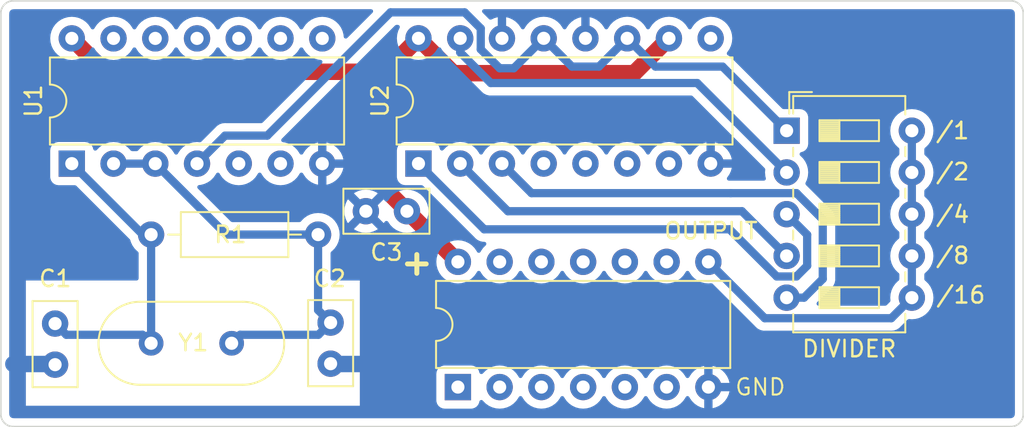
<source format=kicad_pcb>
(kicad_pcb (version 20201116) (generator pcbnew)
  (layers (0 "F.Cu" signal) (31 "B.Cu" signal) (34 "B.Paste" user) (35 "F.Paste" user) (36 "B.SilkS" user "B.Silkscreen") (37 "F.SilkS" user "F.Silkscreen") (38 "B.Mask" user) (39 "F.Mask" user) (44 "Edge.Cuts" user))
  (net 0 "")
  (net 1 "GND")
  (net 2 "Net-(C1-Pad1)")
  (net 3 "Net-(C2-Pad1)")
  (net 4 "+5V")
  (net 5 "Net-(J1-Pad8)")
  (net 6 "Net-(J2-Pad5)")
  (net 7 "Net-(J2-Pad4)")
  (net 8 "Net-(J2-Pad3)")
  (net 9 "CLOCK")
  (net 10 "Net-(J2-Pad2)")
  (footprint "Package_DIP:DIP-14_W7.62mm" (layer "F.Cu") (at 86.106 44.704 90)
    (fp_text reference "U1" (at 3.81 -2.33 90) (layer "F.SilkS"))
    (fp_text value "74AHC04")
    (fp_line (start 6.46 -1.33) (end 4.81 -1.33) (layer "F.SilkS") (width 0.12))
    (fp_line (start 6.46 16.57) (end 6.46 -1.33) (layer "F.SilkS") (width 0.12))
    (fp_line (start 1.16 -1.33) (end 1.16 16.57) (layer "F.SilkS") (width 0.12))
    (fp_line (start 1.16 16.57) (end 6.46 16.57) (layer "F.SilkS") (width 0.12))
    (fp_line (start 2.81 -1.33) (end 1.16 -1.33) (layer "F.SilkS") (width 0.12))
    (fp_arc (start 3.81 -1.33) (end 2.81 -1.33) (angle -180) (layer "F.SilkS") (width 0.12))
    (pad "1" thru_hole rect (at 0 0 90) (size 1.6 1.6) (drill 0.8) (layers *.Cu *.Mask) (net 2 "Net-(C1-Pad1)"))
    (pad "2" thru_hole oval (at 0 2.54 90) (size 1.6 1.6) (drill 0.8) (layers *.Cu *.Mask) (net 3 "Net-(C2-Pad1)"))
    (pad "3" thru_hole oval (at 0 5.08 90) (size 1.6 1.6) (drill 0.8) (layers *.Cu *.Mask) (net 3 "Net-(C2-Pad1)"))
    (pad "4" thru_hole oval (at 0 7.62 90) (size 1.6 1.6) (drill 0.8) (layers *.Cu *.Mask) (net 9 "CLOCK"))
    (pad "5" thru_hole oval (at 0 10.16 90) (size 1.6 1.6) (drill 0.8) (layers *.Cu *.Mask))
    (pad "6" thru_hole oval (at 0 12.7 90) (size 1.6 1.6) (drill 0.8) (layers *.Cu *.Mask))
    (pad "7" thru_hole oval (at 0 15.24 90) (size 1.6 1.6) (drill 0.8) (layers *.Cu *.Mask) (net 1 "GND"))
    (pad "8" thru_hole oval (at 7.62 15.24 90) (size 1.6 1.6) (drill 0.8) (layers *.Cu *.Mask))
    (pad "9" thru_hole oval (at 7.62 12.7 90) (size 1.6 1.6) (drill 0.8) (layers *.Cu *.Mask))
    (pad "10" thru_hole oval (at 7.62 10.16 90) (size 1.6 1.6) (drill 0.8) (layers *.Cu *.Mask))
    (pad "11" thru_hole oval (at 7.62 7.62 90) (size 1.6 1.6) (drill 0.8) (layers *.Cu *.Mask))
    (pad "12" thru_hole oval (at 7.62 5.08 90) (size 1.6 1.6) (drill 0.8) (layers *.Cu *.Mask))
    (pad "13" thru_hole oval (at 7.62 2.54 90) (size 1.6 1.6) (drill 0.8) (layers *.Cu *.Mask))
    (pad "14" thru_hole oval (at 7.62 0 90) (size 1.6 1.6) (drill 0.8) (layers *.Cu *.Mask) (net 4 "+5V"))
  )
  (footprint "Capacitor_THT:C_Disc_D5.0mm_W2.5mm_P2.50mm" (layer "F.Cu") (at 106.5 47.6 180)
    (fp_text reference "C3" (at 1.25 -2.5) (layer "F.SilkS"))
    (fp_text value "10nF")
    (fp_line (start -1.37 -1.37) (end -1.37 1.37) (layer "F.SilkS") (width 0.12))
    (fp_line (start -1.37 1.37) (end 3.87 1.37) (layer "F.SilkS") (width 0.12))
    (fp_line (start 3.87 -1.37) (end 3.87 1.37) (layer "F.SilkS") (width 0.12))
    (fp_line (start -1.37 -1.37) (end 3.87 -1.37) (layer "F.SilkS") (width 0.12))
    (pad "1" thru_hole circle (at 0 0 180) (size 1.6 1.6) (drill 0.8) (layers *.Cu *.Mask) (net 4 "+5V"))
    (pad "2" thru_hole circle (at 2.5 0 180) (size 1.6 1.6) (drill 0.8) (layers *.Cu *.Mask) (net 1 "GND"))
  )
  (footprint "Package_DIP:DIP-16_W7.62mm" (layer "F.Cu") (at 107.2 44.7 90)
    (fp_text reference "U2" (at 3.81 -2.33 90) (layer "F.SilkS"))
    (fp_text value "74HC590A")
    (fp_line (start 2.81 -1.33) (end 1.16 -1.33) (layer "F.SilkS") (width 0.12))
    (fp_line (start 1.16 19.11) (end 6.46 19.11) (layer "F.SilkS") (width 0.12))
    (fp_line (start 6.46 19.11) (end 6.46 -1.33) (layer "F.SilkS") (width 0.12))
    (fp_line (start 1.16 -1.33) (end 1.16 19.11) (layer "F.SilkS") (width 0.12))
    (fp_line (start 6.46 -1.33) (end 4.81 -1.33) (layer "F.SilkS") (width 0.12))
    (fp_arc (start 3.81 -1.33) (end 2.81 -1.33) (angle -180) (layer "F.SilkS") (width 0.12))
    (pad "1" thru_hole rect (at 0 0 90) (size 1.6 1.6) (drill 0.8) (layers *.Cu *.Mask) (net 8 "Net-(J2-Pad3)"))
    (pad "2" thru_hole oval (at 0 2.54 90) (size 1.6 1.6) (drill 0.8) (layers *.Cu *.Mask) (net 7 "Net-(J2-Pad4)"))
    (pad "3" thru_hole oval (at 0 5.08 90) (size 1.6 1.6) (drill 0.8) (layers *.Cu *.Mask) (net 6 "Net-(J2-Pad5)"))
    (pad "4" thru_hole oval (at 0 7.62 90) (size 1.6 1.6) (drill 0.8) (layers *.Cu *.Mask))
    (pad "5" thru_hole oval (at 0 10.16 90) (size 1.6 1.6) (drill 0.8) (layers *.Cu *.Mask))
    (pad "6" thru_hole oval (at 0 12.7 90) (size 1.6 1.6) (drill 0.8) (layers *.Cu *.Mask))
    (pad "7" thru_hole oval (at 0 15.24 90) (size 1.6 1.6) (drill 0.8) (layers *.Cu *.Mask))
    (pad "8" thru_hole oval (at 0 17.78 90) (size 1.6 1.6) (drill 0.8) (layers *.Cu *.Mask) (net 1 "GND"))
    (pad "9" thru_hole oval (at 7.62 17.78 90) (size 1.6 1.6) (drill 0.8) (layers *.Cu *.Mask))
    (pad "10" thru_hole oval (at 7.62 15.24 90) (size 1.6 1.6) (drill 0.8) (layers *.Cu *.Mask) (net 4 "+5V"))
    (pad "11" thru_hole oval (at 7.62 12.7 90) (size 1.6 1.6) (drill 0.8) (layers *.Cu *.Mask) (net 9 "CLOCK"))
    (pad "12" thru_hole oval (at 7.62 10.16 90) (size 1.6 1.6) (drill 0.8) (layers *.Cu *.Mask) (net 1 "GND"))
    (pad "13" thru_hole oval (at 7.62 7.62 90) (size 1.6 1.6) (drill 0.8) (layers *.Cu *.Mask) (net 9 "CLOCK"))
    (pad "14" thru_hole oval (at 7.62 5.08 90) (size 1.6 1.6) (drill 0.8) (layers *.Cu *.Mask) (net 1 "GND"))
    (pad "15" thru_hole oval (at 7.62 2.54 90) (size 1.6 1.6) (drill 0.8) (layers *.Cu *.Mask) (net 10 "Net-(J2-Pad2)"))
    (pad "16" thru_hole oval (at 7.62 0 90) (size 1.6 1.6) (drill 0.8) (layers *.Cu *.Mask) (net 4 "+5V"))
  )
  (footprint "Capacitor_THT:C_Disc_D5.0mm_W2.5mm_P2.50mm" (layer "F.Cu") (at 85.09 54.43609 -90)
    (fp_text reference "C1" (at -2.73609 -0.01 180) (layer "F.SilkS"))
    (fp_text value "22pF")
    (fp_line (start -1.37 -1.37) (end -1.37 1.37) (layer "F.SilkS") (width 0.12))
    (fp_line (start -1.37 -1.37) (end 3.87 -1.37) (layer "F.SilkS") (width 0.12))
    (fp_line (start 3.87 -1.37) (end 3.87 1.37) (layer "F.SilkS") (width 0.12))
    (fp_line (start -1.37 1.37) (end 3.87 1.37) (layer "F.SilkS") (width 0.12))
    (pad "1" thru_hole circle (at 0 0 270) (size 1.6 1.6) (drill 0.8) (layers *.Cu *.Mask) (net 2 "Net-(C1-Pad1)"))
    (pad "2" thru_hole circle (at 2.5 0 270) (size 1.6 1.6) (drill 0.8) (layers *.Cu *.Mask) (net 1 "GND"))
  )
  (footprint "Resistor_THT:R_Axial_DIN0207_L6.3mm_D2.5mm_P10.16mm_Horizontal" (layer "F.Cu") (at 90.932 49.022)
    (fp_text reference "R1" (at 4.826 0) (layer "F.SilkS"))
    (fp_text value "1M")
    (fp_line (start 8.35 -1.37) (end 1.81 -1.37) (layer "F.SilkS") (width 0.12))
    (fp_line (start 1.04 0) (end 1.81 0) (layer "F.SilkS") (width 0.12))
    (fp_line (start 1.81 -1.37) (end 1.81 1.37) (layer "F.SilkS") (width 0.12))
    (fp_line (start 9.12 0) (end 8.35 0) (layer "F.SilkS") (width 0.12))
    (fp_line (start 1.81 1.37) (end 8.35 1.37) (layer "F.SilkS") (width 0.12))
    (fp_line (start 8.35 1.37) (end 8.35 -1.37) (layer "F.SilkS") (width 0.12))
    (pad "1" thru_hole circle (at 0 0) (size 1.6 1.6) (drill 0.8) (layers *.Cu *.Mask) (net 2 "Net-(C1-Pad1)"))
    (pad "2" thru_hole oval (at 10.16 0) (size 1.6 1.6) (drill 0.8) (layers *.Cu *.Mask) (net 3 "Net-(C2-Pad1)"))
  )
  (footprint "Package_DIP:DIP-14_W7.62mm" (layer "F.Cu") (at 109.6 58.3 90)
    (fp_text reference "J1")
    (fp_text value "OUTPUT" (at 9.5 15.4 180) (layer "F.SilkS"))
    (fp_line (start 1.16 16.57) (end 6.46 16.57) (layer "F.SilkS") (width 0.12))
    (fp_line (start 6.46 16.57) (end 6.46 -1.33) (layer "F.SilkS") (width 0.12))
    (fp_line (start 6.46 -1.33) (end 4.81 -1.33) (layer "F.SilkS") (width 0.12))
    (fp_line (start 1.16 -1.33) (end 1.16 16.57) (layer "F.SilkS") (width 0.12))
    (fp_line (start 2.81 -1.33) (end 1.16 -1.33) (layer "F.SilkS") (width 0.12))
    (fp_arc (start 3.81 -1.33) (end 2.81 -1.33) (angle -180) (layer "F.SilkS") (width 0.12))
    (pad "1" thru_hole rect (at 0 0 90) (size 1.6 1.6) (drill 0.8) (layers *.Cu *.Mask))
    (pad "2" thru_hole oval (at 0 2.54 90) (size 1.6 1.6) (drill 0.8) (layers *.Cu *.Mask))
    (pad "3" thru_hole oval (at 0 5.08 90) (size 1.6 1.6) (drill 0.8) (layers *.Cu *.Mask))
    (pad "4" thru_hole oval (at 0 7.62 90) (size 1.6 1.6) (drill 0.8) (layers *.Cu *.Mask))
    (pad "5" thru_hole oval (at 0 10.16 90) (size 1.6 1.6) (drill 0.8) (layers *.Cu *.Mask))
    (pad "6" thru_hole oval (at 0 12.7 90) (size 1.6 1.6) (drill 0.8) (layers *.Cu *.Mask))
    (pad "7" thru_hole oval (at 0 15.24 90) (size 1.6 1.6) (drill 0.8) (layers *.Cu *.Mask) (net 1 "GND"))
    (pad "8" thru_hole oval (at 7.62 15.24 90) (size 1.6 1.6) (drill 0.8) (layers *.Cu *.Mask) (net 5 "Net-(J1-Pad8)"))
    (pad "9" thru_hole oval (at 7.62 12.7 90) (size 1.6 1.6) (drill 0.8) (layers *.Cu *.Mask))
    (pad "10" thru_hole oval (at 7.62 10.16 90) (size 1.6 1.6) (drill 0.8) (layers *.Cu *.Mask))
    (pad "11" thru_hole oval (at 7.62 7.62 90) (size 1.6 1.6) (drill 0.8) (layers *.Cu *.Mask))
    (pad "12" thru_hole oval (at 7.62 5.08 90) (size 1.6 1.6) (drill 0.8) (layers *.Cu *.Mask))
    (pad "13" thru_hole oval (at 7.62 2.54 90) (size 1.6 1.6) (drill 0.8) (layers *.Cu *.Mask))
    (pad "14" thru_hole oval (at 7.62 0 90) (size 1.6 1.6) (drill 0.8) (layers *.Cu *.Mask) (net 4 "+5V"))
  )
  (footprint "Capacitor_THT:C_Disc_D5.0mm_W2.5mm_P2.50mm" (layer "F.Cu") (at 101.854 54.377076 -90)
    (fp_text reference "C2" (at -2.677076 0.054 180) (layer "F.SilkS"))
    (fp_text value "22pF")
    (fp_line (start -1.37 1.37) (end 3.87 1.37) (layer "F.SilkS") (width 0.12))
    (fp_line (start -1.37 -1.37) (end 3.87 -1.37) (layer "F.SilkS") (width 0.12))
    (fp_line (start 3.87 -1.37) (end 3.87 1.37) (layer "F.SilkS") (width 0.12))
    (fp_line (start -1.37 -1.37) (end -1.37 1.37) (layer "F.SilkS") (width 0.12))
    (pad "1" thru_hole circle (at 0 0 270) (size 1.6 1.6) (drill 0.8) (layers *.Cu *.Mask) (net 3 "Net-(C2-Pad1)"))
    (pad "2" thru_hole circle (at 2.5 0 270) (size 1.6 1.6) (drill 0.8) (layers *.Cu *.Mask) (net 1 "GND"))
  )
  (footprint "Button_Switch_THT:SW_DIP_SPSTx05_Slide_6.7x14.26mm_W7.62mm_P2.54mm_LowProfile" (layer "F.Cu") (at 129.6 42.7)
    (fp_text reference "J2")
    (fp_text value "DIVIDER" (at 3.81 13.27) (layer "F.SilkS"))
    (fp_line (start 2 1.905) (end 2 3.175) (layer "F.SilkS") (width 0.12))
    (fp_line (start 2 4.445) (end 2 5.715) (layer "F.SilkS") (width 0.12))
    (fp_line (start 2 5.405) (end 3.206667 5.405) (layer "F.SilkS") (width 0.12))
    (fp_line (start 2 5.715) (end 5.62 5.715) (layer "F.SilkS") (width 0.12))
    (fp_line (start 2 10.605) (end 3.206667 10.605) (layer "F.SilkS") (width 0.12))
    (fp_line (start 2 -0.275) (end 3.206667 -0.275) (layer "F.SilkS") (width 0.12))
    (fp_line (start 2 9.525) (end 2 10.795) (layer "F.SilkS") (width 0.12))
    (fp_line (start 2 6.985) (end 2 8.255) (layer "F.SilkS") (width 0.12))
    (fp_line (start 2 5.045) (end 3.206667 5.045) (layer "F.SilkS") (width 0.12))
    (fp_line (start 2 10.245) (end 3.206667 10.245) (layer "F.SilkS") (width 0.12))
    (fp_line (start 2 7.825) (end 3.206667 7.825) (layer "F.SilkS") (width 0.12))
    (fp_line (start 2 5.165) (end 3.206667 5.165) (layer "F.SilkS") (width 0.12))
    (fp_line (start 2 8.185) (end 3.206667 8.185) (layer "F.SilkS") (width 0.12))
    (fp_line (start 2 7.225) (end 3.206667 7.225) (layer "F.SilkS") (width 0.12))
    (fp_line (start 2 10.725) (end 3.206667 10.725) (layer "F.SilkS") (width 0.12))
    (fp_line (start 7.221 3.53) (end 7.221 4.091) (layer "F.SilkS") (width 0.12))
    (fp_line (start 2 7.465) (end 3.206667 7.465) (layer "F.SilkS") (width 0.12))
    (fp_line (start 2 10.125) (end 3.206667 10.125) (layer "F.SilkS") (width 0.12))
    (fp_line (start 3.206667 4.445) (end 3.206667 5.715) (layer "F.SilkS") (width 0.12))
    (fp_line (start 0.4 6.07) (end 0.4 6.631) (layer "F.SilkS") (width 0.12))
    (fp_line (start 2 8.065) (end 3.206667 8.065) (layer "F.SilkS") (width 0.12))
    (fp_line (start 2 7.345) (end 3.206667 7.345) (layer "F.SilkS") (width 0.12))
    (fp_line (start 5.62 6.985) (end 2 6.985) (layer "F.SilkS") (width 0.12))
    (fp_line (start 0.4 1.04) (end 0.4 1.551) (layer "F.SilkS") (width 0.12))
    (fp_line (start 5.62 3.175) (end 5.62 1.905) (layer "F.SilkS") (width 0.12))
    (fp_line (start 7.221 11.15) (end 7.221 12.271) (layer "F.SilkS") (width 0.12))
    (fp_line (start 2 2.865) (end 3.206667 2.865) (layer "F.SilkS") (width 0.12))
    (fp_line (start 2 2.505) (end 3.206667 2.505) (layer "F.SilkS") (width 0.12))
    (fp_line (start 7.221 8.61) (end 7.221 9.17) (layer "F.SilkS") (width 0.12))
    (fp_line (start 2 0.085) (end 3.206667 0.085) (layer "F.SilkS") (width 0.12))
    (fp_line (start 2 4.805) (end 3.206667 4.805) (layer "F.SilkS") (width 0.12))
    (fp_line (start 5.62 4.445) (end 2 4.445) (layer "F.SilkS") (width 0.12))
    (fp_line (start 0.16 -2.35) (end 1.543 -2.35) (layer "F.SilkS") (width 0.12))
    (fp_line (start 2 -0.155) (end 3.206667 -0.155) (layer "F.SilkS") (width 0.12))
    (fp_line (start 2 0.635) (end 5.62 0.635) (layer "F.SilkS") (width 0.12))
    (fp_line (start 2 9.765) (end 3.206667 9.765) (layer "F.SilkS") (width 0.12))
    (fp_line (start 2 3.175) (end 5.62 3.175) (layer "F.SilkS") (width 0.12))
    (fp_line (start 2 10.365) (end 3.206667 10.365) (layer "F.SilkS") (width 0.12))
    (fp_line (start 5.62 1.905) (end 2 1.905) (layer "F.SilkS") (width 0.12))
    (fp_line (start 2 3.105) (end 3.206667 3.105) (layer "F.SilkS") (width 0.12))
    (fp_line (start 5.62 8.255) (end 5.62 6.985) (layer "F.SilkS") (width 0.12))
    (fp_line (start 2 -0.395) (end 3.206667 -0.395) (layer "F.SilkS") (width 0.12))
    (fp_line (start 2 2.025) (end 3.206667 2.025) (layer "F.SilkS") (width 0.12))
    (fp_line (start 0.4 11.15) (end 0.4 12.271) (layer "F.SilkS") (width 0.12))
    (fp_line (start 2 5.285) (end 3.206667 5.285) (layer "F.SilkS") (width 0.12))
    (fp_line (start 3.206667 1.905) (end 3.206667 3.175) (layer "F.SilkS") (width 0.12))
    (fp_line (start 7.221 0.99) (end 7.221 1.551) (layer "F.SilkS") (width 0.12))
    (fp_line (start 5.62 5.715) (end 5.62 4.445) (layer "F.SilkS") (width 0.12))
    (fp_line (start 2 4.685) (end 3.206667 4.685) (layer "F.SilkS") (width 0.12))
    (fp_line (start 0.4 -2.11) (end 7.221 -2.11) (layer "F.SilkS") (width 0.12))
    (fp_line (start 2 9.885) (end 3.206667 9.885) (layer "F.SilkS") (width 0.12))
    (fp_line (start 2 2.265) (end 3.206667 2.265) (layer "F.SilkS") (width 0.12))
    (fp_line (start 2 2.385) (end 3.206667 2.385) (layer "F.SilkS") (width 0.12))
    (fp_line (start 2 10.005) (end 3.206667 10.005) (layer "F.SilkS") (width 0.12))
    (fp_line (start 7.221 6.07) (end 7.221 6.631) (layer "F.SilkS") (width 0.12))
    (fp_line (start 2 9.645) (end 3.206667 9.645) (layer "F.SilkS") (width 0.12))
    (fp_line (start 3.206667 -0.635) (end 3.206667 0.635) (layer "F.SilkS") (width 0.12))
    (fp_line (start 7.221 -2.11) (end 7.221 -0.99) (layer "F.SilkS") (width 0.12))
    (fp_line (start 2 7.105) (end 3.206667 7.105) (layer "F.SilkS") (width 0.12))
    (fp_line (start 2 -0.515) (end 3.206667 -0.515) (layer "F.SilkS") (width 0.12))
    (fp_line (start 2 10.795) (end 5.62 10.795) (layer "F.SilkS") (width 0.12))
    (fp_line (start 2 -0.035) (end 3.206667 -0.035) (layer "F.SilkS") (width 0.12))
    (fp_line (start 2 4.925) (end 3.206667 4.925) (layer "F.SilkS") (width 0.12))
    (fp_line (start 0.16 -2.35) (end 0.16 -1.04) (layer "F.SilkS") (width 0.12))
    (fp_line (start 2 2.625) (end 3.206667 2.625) (layer "F.SilkS") (width 0.12))
    (fp_line (start 2 0.205) (end 3.206667 0.205) (layer "F.SilkS") (width 0.12))
    (fp_line (start 2 0.565) (end 3.206667 0.565) (layer "F.SilkS") (width 0.12))
    (fp_line (start 2 2.145) (end 3.206667 2.145) (layer "F.SilkS") (width 0.12))
    (fp_line (start 2 2.985) (end 3.206667 2.985) (layer "F.SilkS") (width 0.12))
    (fp_line (start 0.4 8.61) (end 0.4 9.17) (layer "F.SilkS") (width 0.12))
    (fp_line (start 2 8.255) (end 5.62 8.255) (layer "F.SilkS") (width 0.12))
    (fp_line (start 5.62 9.525) (end 2 9.525) (layer "F.SilkS") (width 0.12))
    (fp_line (start 2 7.585) (end 3.206667 7.585) (layer "F.SilkS") (width 0.12))
    (fp_line (start 0.4 -2.11) (end 0.4 -1.04) (layer "F.SilkS") (width 0.12))
    (fp_line (start 3.206667 9.525) (end 3.206667 10.795) (layer "F.SilkS") (width 0.12))
    (fp_line (start 2 0.325) (end 3.206667 0.325) (layer "F.SilkS") (width 0.12))
    (fp_line (start 2 7.705) (end 3.206667 7.705) (layer "F.SilkS") (width 0.12))
    (fp_line (start 2 0.445) (end 3.206667 0.445) (layer "F.SilkS") (width 0.12))
    (fp_line (start 2 5.645) (end 3.206667 5.645) (layer "F.SilkS") (width 0.12))
    (fp_line (start 2 10.485) (end 3.206667 10.485) (layer "F.SilkS") (width 0.12))
    (fp_line (start 3.206667 6.985) (end 3.206667 8.255) (layer "F.SilkS") (width 0.12))
    (fp_line (start 2 2.745) (end 3.206667 2.745) (layer "F.SilkS") (width 0.12))
    (fp_line (start 2 5.525) (end 3.206667 5.525) (layer "F.SilkS") (width 0.12))
    (fp_line (start 5.62 0.635) (end 5.62 -0.635) (layer "F.SilkS") (width 0.12))
    (fp_line (start 5.62 10.795) (end 5.62 9.525) (layer "F.SilkS") (width 0.12))
    (fp_line (start 2 7.945) (end 3.206667 7.945) (layer "F.SilkS") (width 0.12))
    (fp_line (start 5.62 -0.635) (end 2 -0.635) (layer "F.SilkS") (width 0.12))
    (fp_line (start 2 -0.635) (end 2 0.635) (layer "F.SilkS") (width 0.12))
    (fp_line (start 2 4.565) (end 3.206667 4.565) (layer "F.SilkS") (width 0.12))
    (fp_line (start 0.4 12.271) (end 7.221 12.271) (layer "F.SilkS") (width 0.12))
    (fp_line (start 0.4 3.53) (end 0.4 4.091) (layer "F.SilkS") (width 0.12))
    (pad "1" thru_hole rect (at 0 0) (size 1.6 1.6) (drill 0.8) (layers *.Cu *.Mask) (net 9 "CLOCK"))
    (pad "2" thru_hole oval (at 0 2.54) (size 1.6 1.6) (drill 0.8) (layers *.Cu *.Mask) (net 10 "Net-(J2-Pad2)"))
    (pad "3" thru_hole oval (at 0 5.08) (size 1.6 1.6) (drill 0.8) (layers *.Cu *.Mask) (net 8 "Net-(J2-Pad3)"))
    (pad "4" thru_hole oval (at 0 7.62) (size 1.6 1.6) (drill 0.8) (layers *.Cu *.Mask) (net 7 "Net-(J2-Pad4)"))
    (pad "5" thru_hole oval (at 0 10.16) (size 1.6 1.6) (drill 0.8) (layers *.Cu *.Mask) (net 6 "Net-(J2-Pad5)"))
    (pad "6" thru_hole oval (at 7.62 10.16) (size 1.6 1.6) (drill 0.8) (layers *.Cu *.Mask) (net 5 "Net-(J1-Pad8)"))
    (pad "7" thru_hole oval (at 7.62 7.62) (size 1.6 1.6) (drill 0.8) (layers *.Cu *.Mask) (net 5 "Net-(J1-Pad8)"))
    (pad "8" thru_hole oval (at 7.62 5.08) (size 1.6 1.6) (drill 0.8) (layers *.Cu *.Mask) (net 5 "Net-(J1-Pad8)"))
    (pad "9" thru_hole oval (at 7.62 2.54) (size 1.6 1.6) (drill 0.8) (layers *.Cu *.Mask) (net 5 "Net-(J1-Pad8)"))
    (pad "10" thru_hole oval (at 7.62 0) (size 1.6 1.6) (drill 0.8) (layers *.Cu *.Mask) (net 5 "Net-(J1-Pad8)"))
  )
  (footprint "Crystal:Crystal_HC18-U_Vertical" (layer "F.Cu") (at 90.932 55.634598)
    (fp_text reference "Y1" (at 2.568 -0.034598) (layer "F.SilkS"))
    (fp_text value "20MHz")
    (fp_line (start -0.675 2.525) (end 5.575 2.525) (layer "F.SilkS") (width 0.12))
    (fp_line (start -0.675 -2.525) (end 5.575 -2.525) (layer "F.SilkS") (width 0.12))
    (fp_arc (start -0.675 0) (end -0.675 -2.525) (angle -180) (layer "F.SilkS") (width 0.12))
    (fp_arc (start 5.575 0) (end 5.575 -2.525) (angle 180) (layer "F.SilkS") (width 0.12))
    (pad "1" thru_hole circle (at 0 0) (size 1.5 1.5) (drill 0.8) (layers *.Cu *.Mask) (net 2 "Net-(C1-Pad1)"))
    (pad "2" thru_hole circle (at 4.9 0) (size 1.5 1.5) (drill 0.8) (layers *.Cu *.Mask) (net 3 "Net-(C2-Pad1)"))
  )
  (gr_line (start 81.788 59.944) (end 81.788 35.56) (layer "Edge.Cuts") (width 0.1))
  (gr_arc (start 143.238 35.56) (end 144 35.56) (angle -90) (layer "Edge.Cuts") (width 0.1))
  (gr_line (start 144 35.56) (end 144 59.944) (layer "Edge.Cuts") (width 0.1))
  (gr_arc (start 143.238 59.944) (end 143.238 60.706) (angle -90) (layer "Edge.Cuts") (width 0.1))
  (gr_line (start 82.55 34.798) (end 143.238 34.798) (layer "Edge.Cuts") (width 0.1))
  (gr_line (start 143.238 60.706) (end 82.55 60.706) (layer "Edge.Cuts") (width 0.1))
  (gr_arc (start 82.55 35.56) (end 82.55 34.798) (angle -90) (layer "Edge.Cuts") (width 0.1))
  (gr_arc (start 82.55 59.944) (end 81.788 59.944) (angle -90) (layer "Edge.Cuts") (width 0.1))
  (gr_text "/2" (at 139.7 45.2) (layer "F.SilkS") (effects (font (size 1 1))))
  (gr_text "/16" (at 140.2 52.7) (layer "F.SilkS") (effects (font (size 1 1))))
  (gr_text "GND" (at 128 58.3) (layer "F.SilkS") (effects (font (size 1 1))))
  (gr_text "/1" (at 139.7 42.7) (layer "F.SilkS") (effects (font (size 1 1))))
  (gr_text "/4" (at 139.7 47.8) (layer "F.SilkS") (effects (font (size 1 1))))
  (gr_text "+" (at 107.1 50.7) (layer "F.SilkS") (effects (font (size 1.5 1.5) (thickness 0.3))))
  (gr_text "/8" (at 139.7 50.3) (layer "F.SilkS") (effects (font (size 1 1))))
  (segment (start 101.854 56.896) (end 104.121076 56.896) (width 1) (layer "B.Cu") (net 1))
  (segment (start 84.836 56.896) (end 82.55 56.896) (width 1) (layer "B.Cu") (net 1))
  (segment (start 90.424 49.022) (end 90.932 49.022) (width 0.5) (layer "B.Cu") (net 2))
  (segment (start 90.415402 55.118) (end 90.932 55.634598) (width 0.5) (layer "B.Cu") (net 2))
  (segment (start 90.932 49.022) (end 90.932 55.634598) (width 0.5) (layer "B.Cu") (net 2))
  (segment (start 85.77191 55.118) (end 90.415402 55.118) (width 0.5) (layer "B.Cu") (net 2))
  (segment (start 86.106 44.704) (end 90.424 49.022) (width 0.5) (layer "B.Cu") (net 2))
  (segment (start 85.09 54.43609) (end 85.77191 55.118) (width 0.5) (layer "B.Cu") (net 2))
  (segment (start 101.113076 55.118) (end 101.854 54.377076) (width 0.5) (layer "B.Cu") (net 3))
  (segment (start 96.348598 55.118) (end 101.113076 55.118) (width 0.5) (layer "B.Cu") (net 3))
  (segment (start 95.504 49.022) (end 101.092 49.022) (width 0.5) (layer "B.Cu") (net 3))
  (segment (start 101.092 53.615076) (end 101.854 54.377076) (width 0.5) (layer "B.Cu") (net 3))
  (segment (start 101.092 49.022) (end 101.092 53.615076) (width 0.5) (layer "B.Cu") (net 3))
  (segment (start 91.186 44.704) (end 95.504 49.022) (width 0.5) (layer "B.Cu") (net 3))
  (segment (start 95.832 55.634598) (end 96.348598 55.118) (width 0.5) (layer "B.Cu") (net 3))
  (segment (start 88.646 44.704) (end 91.186 44.704) (width 0.5) (layer "B.Cu") (net 3))
  (segment (start 120.32 39.2) (end 122.44 37.08) (width 1) (layer "F.Cu") (net 4))
  (segment (start 86.106 37.084) (end 88.138 39.116) (width 1) (layer "F.Cu") (net 4))
  (segment (start 104.648 39.116) (end 105.164 39.116) (width 1) (layer "F.Cu") (net 4))
  (segment (start 104.648 45.728) (end 109.6 50.68) (width 1) (layer "F.Cu") (net 4))
  (segment (start 88.138 39.116) (end 104.648 39.116) (width 1) (layer "F.Cu") (net 4))
  (segment (start 109.32 39.2) (end 120.32 39.2) (width 1) (layer "F.Cu") (net 4))
  (segment (start 107.2 37.08) (end 109.32 39.2) (width 1) (layer "F.Cu") (net 4))
  (segment (start 104.648 39.116) (end 104.648 45.728) (width 1) (layer "F.Cu") (net 4))
  (segment (start 105.164 39.116) (end 107.2 37.08) (width 1) (layer "F.Cu") (net 4))
  (segment (start 137.22 52.86) (end 137.22 50.32) (width 0.5) (layer "B.Cu") (net 5))
  (segment (start 137.22 50.32) (end 137.22 47.78) (width 0.5) (layer "B.Cu") (net 5))
  (segment (start 128.270001 54.110001) (end 135.969999 54.110001) (width 0.5) (layer "B.Cu") (net 5))
  (segment (start 137.22 45.24) (end 137.22 42.7) (width 0.5) (layer "B.Cu") (net 5))
  (segment (start 124.84 50.68) (end 128.270001 54.110001) (width 0.5) (layer "B.Cu") (net 5))
  (segment (start 137.22 47.78) (end 137.22 45.24) (width 0.5) (layer "B.Cu") (net 5))
  (segment (start 135.969999 54.110001) (end 137.22 52.86) (width 0.5) (layer "B.Cu") (net 5))
  (segment (start 126.2 46.5) (end 130.2 46.5) (width 0.5) (layer "B.Cu") (net 6))
  (segment (start 130.66 52.86) (end 129.6 52.86) (width 0.5) (layer "B.Cu") (net 6))
  (segment (start 130.2 46.5) (end 130.229999 46.529999) (width 0.5) (layer "B.Cu") (net 6))
  (segment (start 131.8 48.1) (end 131.8 51.72) (width 0.5) (layer "B.Cu") (net 6))
  (segment (start 112.28 44.7) (end 114.08 46.5) (width 0.5) (layer "B.Cu") (net 6))
  (segment (start 130.229999 46.529999) (end 131.8 48.1) (width 0.5) (layer "B.Cu") (net 6))
  (segment (start 131.8 51.72) (end 130.66 52.86) (width 0.5) (layer "B.Cu") (net 6))
  (segment (start 114.08 46.5) (end 126.2 46.5) (width 0.5) (layer "B.Cu") (net 6))
  (segment (start 109.74 44.7) (end 112.64 47.6) (width 0.5) (layer "B.Cu") (net 7))
  (segment (start 126.88 47.6) (end 129.6 50.32) (width 0.5) (layer "B.Cu") (net 7))
  (segment (start 112.64 47.6) (end 126.88 47.6) (width 0.5) (layer "B.Cu") (net 7))
  (segment (start 111.2 48.7) (end 107.2 44.7) (width 0.5) (layer "B.Cu") (net 8))
  (segment (start 126.129998 48.7) (end 111.2 48.7) (width 0.5) (layer "B.Cu") (net 8))
  (segment (start 130.200001 51.570001) (end 128.999999 51.570001) (width 0.5) (layer "B.Cu") (net 8))
  (segment (start 129.6 47.78) (end 130.850001 49.030001) (width 0.5) (layer "B.Cu") (net 8))
  (segment (start 130.850001 49.030001) (end 130.850001 50.920001) (width 0.5) (layer "B.Cu") (net 8))
  (segment (start 130.850001 50.920001) (end 130.200001 51.570001) (width 0.5) (layer "B.Cu") (net 8))
  (segment (start 128.999999 51.570001) (end 126.129998 48.7) (width 0.5) (layer "B.Cu") (net 8))
  (segment (start 116.54 38.8) (end 118.18 38.8) (width 0.5) (layer "B.Cu") (net 9))
  (segment (start 114.82 37.08) (end 113 38.9) (width 0.5) (layer "B.Cu") (net 9))
  (segment (start 110.010002 35.5) (end 105.5 35.5) (width 0.5) (layer "B.Cu") (net 9))
  (segment (start 105.5 35.5) (end 98 43) (width 0.5) (layer "B.Cu") (net 9))
  (segment (start 110.990001 36.479999) (end 110.010002 35.5) (width 0.5) (layer "B.Cu") (net 9))
  (segment (start 113 38.9) (end 112.139998 38.9) (width 0.5) (layer "B.Cu") (net 9))
  (segment (start 114.82 37.08) (end 116.54 38.8) (width 0.5) (layer "B.Cu") (net 9))
  (segment (start 110.990001 37.750003) (end 110.990001 36.479999) (width 0.5) (layer "B.Cu") (net 9))
  (segment (start 119.9 37.08) (end 121.62 38.8) (width 0.5) (layer "B.Cu") (net 9))
  (segment (start 98 43) (end 95.43 43) (width 0.5) (layer "B.Cu") (net 9))
  (segment (start 125.7 38.8) (end 129.6 42.7) (width 0.5) (layer "B.Cu") (net 9))
  (segment (start 121.62 38.8) (end 125.7 38.8) (width 0.5) (layer "B.Cu") (net 9))
  (segment (start 118.18 38.8) (end 119.9 37.08) (width 0.5) (layer "B.Cu") (net 9))
  (segment (start 112.139998 38.9) (end 110.990001 37.750003) (width 0.5) (layer "B.Cu") (net 9))
  (segment (start 95.43 43) (end 93.726 44.704) (width 0.5) (layer "B.Cu") (net 9))
  (segment (start 111.6 39.8) (end 124.16 39.8) (width 0.5) (layer "B.Cu") (net 10))
  (segment (start 109.74 37.94) (end 111.6 39.8) (width 0.5) (layer "B.Cu") (net 10))
  (segment (start 124.16 39.8) (end 129.6 45.24) (width 0.5) (layer "B.Cu") (net 10))
  (segment (start 109.74 37.08) (end 109.74 37.94) (width 0.5) (layer "B.Cu") (net 10))
  (zone (net 0) (net_name "") (layer "B.Cu") (connect_pads (clearance 0)) (min_thickness 0.254)
    (keepout (tracks allowed) (vias allowed) (pads allowed) (copperpour not_allowed) (footprints allowed))
    (fill (thermal_gap 0.508) (thermal_bridge_width 0.508))
    (polygon (pts (xy 103.632 51.816) (xy 103.632 59.436) (xy 83.312 59.436) (xy 83.312 51.816)))
  )
  (zone (net 1) (net_name "GND") (layer "B.Cu") (connect_pads (clearance 0.508)) (min_thickness 0.254) (fill yes (thermal_gap 0.508) (thermal_bridge_width 0.508))
    (polygon (pts (xy 144 60.706) (xy 81.788 60.706) (xy 81.788 34.798) (xy 144 34.798)))
  )
)
</source>
